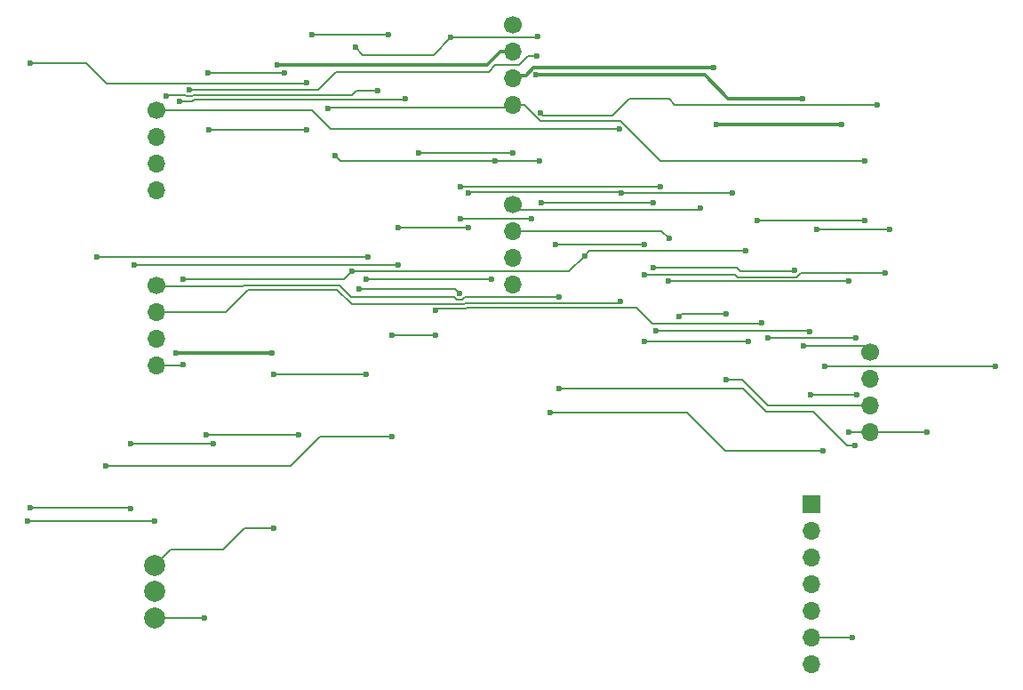
<source format=gbr>
G04 #@! TF.GenerationSoftware,KiCad,Pcbnew,9.0.0*
G04 #@! TF.CreationDate,2025-04-21T18:55:09+09:00*
G04 #@! TF.ProjectId,nofy_V2_R,6e6f6679-5f56-4325-9f52-2e6b69636164,rev?*
G04 #@! TF.SameCoordinates,Original*
G04 #@! TF.FileFunction,Copper,L1,Top*
G04 #@! TF.FilePolarity,Positive*
%FSLAX46Y46*%
G04 Gerber Fmt 4.6, Leading zero omitted, Abs format (unit mm)*
G04 Created by KiCad (PCBNEW 9.0.0) date 2025-04-21 18:55:09*
%MOMM*%
%LPD*%
G01*
G04 APERTURE LIST*
G04 #@! TA.AperFunction,ComponentPad*
%ADD10C,1.700000*%
G04 #@! TD*
G04 #@! TA.AperFunction,ComponentPad*
%ADD11O,1.700000X1.700000*%
G04 #@! TD*
G04 #@! TA.AperFunction,ComponentPad*
%ADD12R,1.700000X1.700000*%
G04 #@! TD*
G04 #@! TA.AperFunction,ComponentPad*
%ADD13C,2.000000*%
G04 #@! TD*
G04 #@! TA.AperFunction,ViaPad*
%ADD14C,0.600000*%
G04 #@! TD*
G04 #@! TA.AperFunction,Conductor*
%ADD15C,0.200000*%
G04 #@! TD*
G04 #@! TA.AperFunction,Conductor*
%ADD16C,0.330000*%
G04 #@! TD*
G04 APERTURE END LIST*
D10*
X186100000Y-56900000D03*
D11*
X186100000Y-59440000D03*
X186100000Y-61980000D03*
X186100000Y-64520000D03*
D10*
X152100000Y-25800000D03*
D11*
X152100000Y-28340000D03*
X152100000Y-30880000D03*
X152100000Y-33420000D03*
D10*
X118100000Y-33905000D03*
D11*
X118100000Y-36445000D03*
X118100000Y-38985000D03*
X118100000Y-41525000D03*
D10*
X118100000Y-50600000D03*
D11*
X118100000Y-53140000D03*
X118100000Y-55680000D03*
X118100000Y-58220000D03*
D12*
X180500000Y-71440000D03*
D11*
X180500000Y-73980000D03*
X180500000Y-76520000D03*
X180500000Y-79060000D03*
X180500000Y-81600000D03*
X180500000Y-84140000D03*
X180500000Y-86680000D03*
D10*
X152100000Y-42860000D03*
D11*
X152100000Y-45400000D03*
X152100000Y-47940000D03*
X152100000Y-50480000D03*
D13*
X118000000Y-82200000D03*
X118000000Y-77200000D03*
X118000000Y-79700000D03*
D14*
X155651000Y-62673900D03*
X181655700Y-66324400D03*
X164648300Y-55943600D03*
X162317200Y-52083200D03*
X174531400Y-55943600D03*
X180359500Y-54933900D03*
X165720200Y-54881000D03*
X184811600Y-60944800D03*
X180471400Y-60944800D03*
X162215200Y-35698300D03*
X171509100Y-35211700D03*
X183399900Y-35211700D03*
X171254500Y-29857200D03*
X156450800Y-60398300D03*
X184443400Y-84140000D03*
X184638765Y-65803765D03*
X156450800Y-51688000D03*
X120008600Y-57001600D03*
X154304000Y-30523900D03*
X129100000Y-57001600D03*
X129665100Y-29572100D03*
X179701100Y-32759200D03*
X120691000Y-58100000D03*
X122731300Y-82200000D03*
X129306500Y-73713800D03*
X138103800Y-59032100D03*
X129306500Y-59032100D03*
X150019800Y-50020200D03*
X138103800Y-50020200D03*
X187997400Y-45251300D03*
X181023300Y-45251300D03*
X112464800Y-47834400D03*
X138259600Y-47834400D03*
X147011100Y-51359400D03*
X137427800Y-50910600D03*
X147075000Y-44187400D03*
X153850000Y-44187400D03*
X115650000Y-71800000D03*
X106100000Y-71750000D03*
X123125000Y-35750000D03*
X132450000Y-35748600D03*
X123589300Y-65653300D03*
X115650000Y-65653300D03*
X132950000Y-26657000D03*
X140196700Y-26657000D03*
X164648300Y-46702000D03*
X156130900Y-46702000D03*
X164648300Y-49535900D03*
X187583300Y-49369700D03*
X123050000Y-30350000D03*
X130330100Y-30350000D03*
X132450000Y-31300000D03*
X106125000Y-29425900D03*
X181800000Y-58288300D03*
X198075000Y-58288300D03*
X186800000Y-33366400D03*
X154744700Y-34141700D03*
X147862300Y-41757300D03*
X141148000Y-45032500D03*
X141148000Y-48646400D03*
X185650000Y-44359600D03*
X175341100Y-44359600D03*
X116005700Y-48646400D03*
X173025800Y-41755000D03*
X162376500Y-41755000D03*
X147862300Y-45032500D03*
X175829015Y-54108885D03*
X140546300Y-55281400D03*
X140546300Y-65004800D03*
X113273100Y-67790400D03*
X144753100Y-52950000D03*
X144753100Y-55281400D03*
X137100000Y-27900000D03*
X154412600Y-26850000D03*
X146193200Y-26962600D03*
X147076600Y-41135100D03*
X166922700Y-50173100D03*
X166147500Y-41135100D03*
X184123700Y-64520000D03*
X191522700Y-64550000D03*
X184123700Y-50173100D03*
X120356500Y-33052400D03*
X141850000Y-32751500D03*
X105850000Y-73041500D03*
X154382700Y-28750000D03*
X121235200Y-31955100D03*
X117950000Y-73041500D03*
X179757800Y-56349200D03*
X150400000Y-38679400D03*
X154644500Y-38679400D03*
X165497900Y-42679500D03*
X154773000Y-42679500D03*
X135166300Y-38230300D03*
X178879700Y-49140800D03*
X165497900Y-48904500D03*
X122850000Y-64828700D03*
X131658200Y-64828700D03*
X158926500Y-47772400D03*
X136751700Y-49248600D03*
X120671800Y-50020200D03*
X136751700Y-49248600D03*
X184734200Y-55535600D03*
X176407200Y-55535600D03*
X174279700Y-47303700D03*
X167913400Y-53564600D03*
X172400000Y-59530300D03*
X172400000Y-53284900D03*
X166948900Y-46113800D03*
X169963400Y-43214200D03*
X139200000Y-32000000D03*
X143066085Y-37931485D03*
X152100000Y-37958800D03*
X119050000Y-32500000D03*
X134500000Y-33700000D03*
X185642000Y-38752100D03*
D15*
X155651000Y-62673900D02*
X168698800Y-62673900D01*
X172349300Y-66324400D02*
X181655700Y-66324400D01*
X168698800Y-62673900D02*
X172349300Y-66324400D01*
X147499700Y-52289700D02*
X162110700Y-52289700D01*
X145015143Y-52362100D02*
X147426400Y-52362100D01*
X147426400Y-52362100D02*
X147499250Y-52289250D01*
X147499250Y-52289250D02*
X147499700Y-52289700D01*
X126874400Y-50972600D02*
X135340900Y-50972600D01*
X124707000Y-53140000D02*
X126874400Y-50972600D01*
X135340900Y-50972600D02*
X136730400Y-52362100D01*
X145002043Y-52349000D02*
X145015143Y-52362100D01*
X144491057Y-52362100D02*
X144504157Y-52349000D01*
X144504157Y-52349000D02*
X145002043Y-52349000D01*
X118100000Y-53140000D02*
X124707000Y-53140000D01*
X136730400Y-52362100D02*
X144491057Y-52362100D01*
X164648300Y-55943600D02*
X174531400Y-55943600D01*
X162110700Y-52289700D02*
X162317200Y-52083200D01*
X180359500Y-54933900D02*
X180306600Y-54881000D01*
X184811600Y-60944800D02*
X180471400Y-60944800D01*
X162215200Y-35698300D02*
X134749500Y-35698300D01*
X134749500Y-35698300D02*
X132956200Y-33905000D01*
X132956200Y-33905000D02*
X118100000Y-33905000D01*
X180306600Y-54881000D02*
X165720200Y-54881000D01*
D16*
X154028000Y-29857200D02*
X171254500Y-29857200D01*
X152411500Y-30568500D02*
X153316700Y-30568500D01*
X171509100Y-35211700D02*
X183399900Y-35211700D01*
X153316700Y-30568500D02*
X154028000Y-29857200D01*
X152100000Y-30880000D02*
X152411500Y-30568500D01*
D15*
X173980200Y-60398300D02*
X156450800Y-60398300D01*
X146762000Y-51961100D02*
X147260300Y-51961100D01*
X135560800Y-50568600D02*
X136680200Y-51688000D01*
X147260300Y-51961100D02*
X147533400Y-51688000D01*
X180674600Y-62598300D02*
X176180200Y-62598300D01*
X147533400Y-51688000D02*
X156450800Y-51688000D01*
X118184300Y-50684300D02*
X126310100Y-50684300D01*
X126425800Y-50568600D02*
X135560800Y-50568600D01*
X183876400Y-65800100D02*
X180674600Y-62598300D01*
X136680200Y-51688000D02*
X146488900Y-51688000D01*
X184638765Y-65803765D02*
X184635100Y-65800100D01*
X180500000Y-84140000D02*
X184443400Y-84140000D01*
X126310100Y-50684300D02*
X126425800Y-50568600D01*
X184635100Y-65800100D02*
X183876400Y-65800100D01*
X146488900Y-51688000D02*
X146762000Y-51961100D01*
X118100000Y-50600000D02*
X118184300Y-50684300D01*
X176180200Y-62598300D02*
X173980200Y-60398300D01*
D16*
X170372600Y-30523900D02*
X154304000Y-30523900D01*
X149651200Y-29572100D02*
X129665100Y-29572100D01*
X179701100Y-32759200D02*
X172607900Y-32759200D01*
X172607900Y-32759200D02*
X170372600Y-30523900D01*
X129100000Y-57001600D02*
X120008600Y-57001600D01*
X150883300Y-28340000D02*
X149651200Y-29572100D01*
X152100000Y-28340000D02*
X150883300Y-28340000D01*
D15*
X120571000Y-58220000D02*
X118100000Y-58220000D01*
X120691000Y-58100000D02*
X120571000Y-58220000D01*
X118000000Y-82200000D02*
X122731300Y-82200000D01*
X129306500Y-59032100D02*
X138103800Y-59032100D01*
X118000000Y-77200000D02*
X119502700Y-75697300D01*
X138103800Y-50020200D02*
X150019800Y-50020200D01*
X119502700Y-75697300D02*
X124510000Y-75697300D01*
X126493500Y-73713800D02*
X129306500Y-73713800D01*
X124510000Y-75697300D02*
X126493500Y-73713800D01*
X181023300Y-45251300D02*
X187997400Y-45251300D01*
X137427800Y-50910600D02*
X146562300Y-50910600D01*
X112464800Y-47834400D02*
X138259600Y-47834400D01*
X146562300Y-50910600D02*
X147011100Y-51359400D01*
X153850000Y-44187400D02*
X147075000Y-44187400D01*
X106100000Y-71750000D02*
X115600000Y-71750000D01*
X115600000Y-71750000D02*
X115650000Y-71800000D01*
X132448600Y-35750000D02*
X132450000Y-35748600D01*
X123125000Y-35750000D02*
X132448600Y-35750000D01*
X123589300Y-65653300D02*
X115650000Y-65653300D01*
X132950000Y-26657000D02*
X140196700Y-26657000D01*
X173283900Y-49535900D02*
X164648300Y-49535900D01*
X173519400Y-49771400D02*
X173283900Y-49535900D01*
X179533700Y-49369700D02*
X179132000Y-49771400D01*
X156130900Y-46702000D02*
X164648300Y-46702000D01*
X187583300Y-49369700D02*
X179533700Y-49369700D01*
X179132000Y-49771400D02*
X173519400Y-49771400D01*
X123050000Y-30350000D02*
X130330100Y-30350000D01*
X132250000Y-31353400D02*
X113390700Y-31353400D01*
X113390700Y-31353400D02*
X111463200Y-29425900D01*
X132450000Y-31300000D02*
X132303400Y-31300000D01*
X132303400Y-31300000D02*
X132250000Y-31353400D01*
X111463200Y-29425900D02*
X106125000Y-29425900D01*
X181800000Y-58288300D02*
X198075000Y-58288300D01*
X167515000Y-33366400D02*
X186800000Y-33366400D01*
X161593400Y-34379700D02*
X163173100Y-32800000D01*
X163173100Y-32800000D02*
X166948600Y-32800000D01*
X154744700Y-34141700D02*
X154982700Y-34379700D01*
X166948600Y-32800000D02*
X167515000Y-33366400D01*
X154982700Y-34379700D02*
X161593400Y-34379700D01*
X162376500Y-41755000D02*
X162301700Y-41680200D01*
X175341100Y-44359600D02*
X185650000Y-44359600D01*
X116005700Y-48646400D02*
X141148000Y-48646400D01*
X162301700Y-41680200D02*
X147939400Y-41680200D01*
X141148000Y-45032500D02*
X147862300Y-45032500D01*
X147939400Y-41680200D02*
X147862300Y-41757300D01*
X162376500Y-41755000D02*
X173025800Y-41755000D01*
X130893500Y-67790400D02*
X113273100Y-67790400D01*
X165372300Y-54196100D02*
X175741800Y-54196100D01*
X163867600Y-52691400D02*
X165372300Y-54196100D01*
X140546300Y-65004800D02*
X133679100Y-65004800D01*
X175741800Y-54196100D02*
X175829015Y-54108885D01*
X147666000Y-52691400D02*
X163867600Y-52691400D01*
X144753100Y-55281400D02*
X140546300Y-55281400D01*
X133679100Y-65004800D02*
X130893500Y-67790400D01*
X147592900Y-52764500D02*
X147666000Y-52691400D01*
X144753100Y-52950000D02*
X144938600Y-52764500D01*
X144938600Y-52764500D02*
X147592900Y-52764500D01*
X154412600Y-26850000D02*
X154300000Y-26962600D01*
X144548500Y-28607300D02*
X146193200Y-26962600D01*
X154300000Y-26962600D02*
X146193200Y-26962600D01*
X137807300Y-28607300D02*
X144548500Y-28607300D01*
X137100000Y-27900000D02*
X137807300Y-28607300D01*
X166147500Y-41135100D02*
X147076600Y-41135100D01*
X191522700Y-64550000D02*
X191442100Y-64550000D01*
X166922700Y-50173100D02*
X184123700Y-50173100D01*
X184948300Y-64520000D02*
X184123700Y-64520000D01*
X186100000Y-64520000D02*
X184948300Y-64520000D01*
X191412100Y-64520000D02*
X186100000Y-64520000D01*
X191442100Y-64550000D02*
X191412100Y-64520000D01*
X121557343Y-33050000D02*
X120358900Y-33050000D01*
X141751500Y-32850000D02*
X121757343Y-32850000D01*
X121757343Y-32850000D02*
X121557343Y-33050000D01*
X141850000Y-32751500D02*
X141751500Y-32850000D01*
X120358900Y-33050000D02*
X120356500Y-33052400D01*
X117950000Y-73041500D02*
X105850000Y-73041500D01*
X154274500Y-28749800D02*
X153545500Y-28749800D01*
X154274700Y-28750000D02*
X154274500Y-28749800D01*
X133547800Y-31950000D02*
X121240300Y-31950000D01*
X149770300Y-30253100D02*
X135244700Y-30253100D01*
X135244700Y-30253100D02*
X133547800Y-31950000D01*
X153545500Y-28749800D02*
X152692100Y-29603200D01*
X154382700Y-28750000D02*
X154274700Y-28750000D01*
X121240300Y-31950000D02*
X121235200Y-31955100D01*
X150420200Y-29603200D02*
X149770300Y-30253100D01*
X152692100Y-29603200D02*
X150420200Y-29603200D01*
X135166300Y-38230300D02*
X135615400Y-38679400D01*
X154773000Y-42679500D02*
X165497900Y-42679500D01*
X165497900Y-48904500D02*
X173420300Y-48904500D01*
X173420300Y-48904500D02*
X173735400Y-49219600D01*
X185549200Y-56349200D02*
X179757800Y-56349200D01*
X150400000Y-38679400D02*
X154644500Y-38679400D01*
X135615400Y-38679400D02*
X150400000Y-38679400D01*
X173735400Y-49219600D02*
X178800900Y-49219600D01*
X186100000Y-56900000D02*
X185549200Y-56349200D01*
X178800900Y-49219600D02*
X178879700Y-49140800D01*
X131658200Y-64828700D02*
X122850000Y-64828700D01*
X136751700Y-49248600D02*
X157450300Y-49248600D01*
X136751700Y-49248600D02*
X135980100Y-50020200D01*
X159395200Y-47303700D02*
X174279700Y-47303700D01*
X176407200Y-55535600D02*
X184734200Y-55535600D01*
X135980100Y-50020200D02*
X120671800Y-50020200D01*
X157450300Y-49248600D02*
X158926500Y-47772400D01*
X158926500Y-47772400D02*
X159395200Y-47303700D01*
X166948900Y-46113800D02*
X166235100Y-45400000D01*
X166235100Y-45400000D02*
X153251700Y-45400000D01*
X186100000Y-61980000D02*
X176363400Y-61980000D01*
X168193100Y-53284900D02*
X172400000Y-53284900D01*
X152100000Y-45400000D02*
X153251700Y-45400000D01*
X176363400Y-61980000D02*
X173913700Y-59530300D01*
X173913700Y-59530300D02*
X172400000Y-59530300D01*
X167913400Y-53564600D02*
X168193100Y-53284900D01*
X143093400Y-37958800D02*
X143066085Y-37931485D01*
X119100000Y-32450000D02*
X120880157Y-32450000D01*
X137200000Y-32000000D02*
X139200000Y-32000000D01*
X152580500Y-43340500D02*
X169837100Y-43340500D01*
X169837100Y-43340500D02*
X169963400Y-43214200D01*
X136774800Y-32425200D02*
X137200000Y-32000000D01*
X152100000Y-37958800D02*
X143093400Y-37958800D01*
X120880157Y-32450000D02*
X120986257Y-32556100D01*
X121484143Y-32556100D02*
X121615043Y-32425200D01*
X119050000Y-32500000D02*
X119100000Y-32450000D01*
X120986257Y-32556100D02*
X121484143Y-32556100D01*
X152100000Y-42860000D02*
X152580500Y-43340500D01*
X121615043Y-32425200D02*
X136774800Y-32425200D01*
X185642000Y-38752100D02*
X166119900Y-38752100D01*
X134637300Y-33700000D02*
X134687300Y-33650000D01*
X151870000Y-33650000D02*
X152100000Y-33420000D01*
X152675900Y-33420000D02*
X152100000Y-33420000D01*
X153251700Y-33499500D02*
X153251700Y-33420000D01*
X162311400Y-34943600D02*
X154695800Y-34943600D01*
X166119900Y-38752100D02*
X162311400Y-34943600D01*
X134500000Y-33700000D02*
X134637300Y-33700000D01*
X152675900Y-33420000D02*
X153251700Y-33420000D01*
X134687300Y-33650000D02*
X151870000Y-33650000D01*
X154695800Y-34943600D02*
X153251700Y-33499500D01*
M02*

</source>
